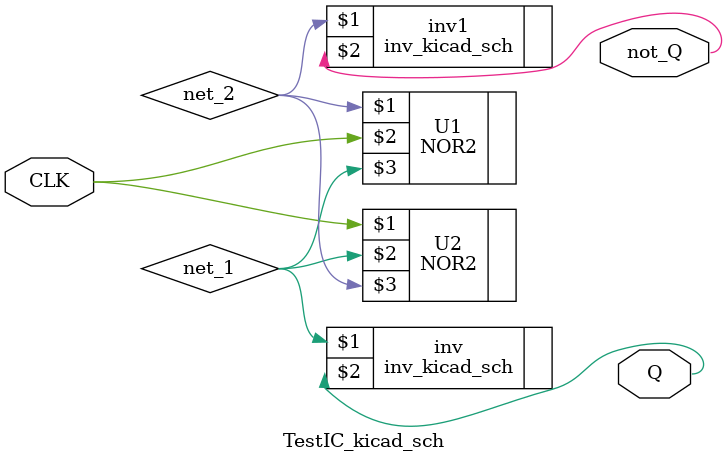
<source format=v>
module TestIC_kicad_sch(
    output not_Q,
    input CLK,
    output Q);

    wire net_1;
    wire net_2;

    NOR2 U1(net_2, CLK, net_1);
    NOR2 U2(CLK, net_1, net_2);
    inv_kicad_sch inv(net_1, Q);
    inv_kicad_sch inv1(net_2, not_Q);
endmodule

</source>
